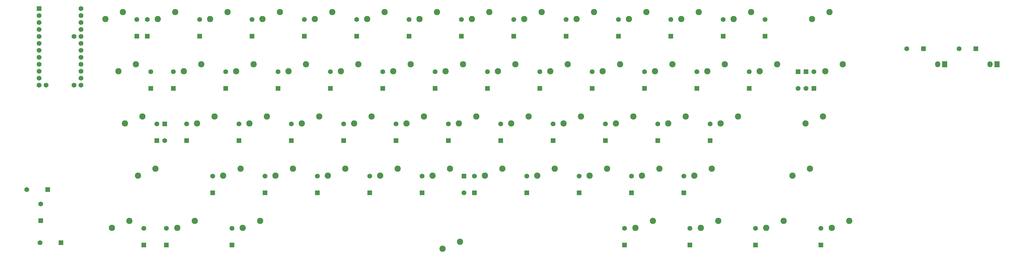
<source format=gbl>
G04 (created by PCBNEW-RS274X (2012-04-29 BZR 3537)-testing) date Sat 07 Jul 2012 01:31:47 PM CEST*
G01*
G70*
G90*
%MOIN*%
G04 Gerber Fmt 3.4, Leading zero omitted, Abs format*
%FSLAX34Y34*%
G04 APERTURE LIST*
%ADD10C,0.006000*%
%ADD11R,0.070000X0.070000*%
%ADD12C,0.070000*%
%ADD13C,0.090000*%
%ADD14O,0.075000X0.085000*%
%ADD15R,0.075000X0.085000*%
G04 APERTURE END LIST*
G54D10*
G54D11*
X09000Y-17500D03*
G54D12*
X09000Y-18500D03*
X09000Y-19500D03*
X09000Y-20500D03*
X09000Y-21500D03*
X09000Y-22500D03*
X09000Y-23500D03*
X09000Y-24500D03*
X09000Y-25500D03*
X09000Y-26500D03*
X09000Y-27500D03*
X09000Y-28500D03*
X10000Y-28500D03*
X14000Y-28500D03*
X15000Y-28500D03*
X15000Y-27500D03*
X15000Y-26500D03*
X15000Y-25500D03*
X15000Y-24500D03*
X15000Y-23500D03*
X15000Y-22500D03*
X15000Y-19500D03*
X15000Y-18500D03*
X15000Y-17500D03*
X14000Y-21500D03*
X15000Y-21500D03*
X15000Y-20500D03*
X24000Y-49050D03*
G54D11*
X24000Y-51450D03*
G54D12*
X27250Y-49050D03*
G54D11*
X27250Y-51450D03*
G54D12*
X36625Y-49050D03*
G54D11*
X36625Y-51450D03*
G54D12*
X69875Y-43950D03*
G54D11*
X69875Y-41550D03*
G54D12*
X92875Y-49050D03*
G54D11*
X92875Y-51450D03*
G54D12*
X102250Y-49050D03*
G54D11*
X102250Y-51450D03*
G54D12*
X111625Y-49050D03*
G54D11*
X111625Y-51450D03*
G54D12*
X121000Y-49050D03*
G54D11*
X121000Y-51450D03*
G54D12*
X27000Y-36450D03*
G54D11*
X27000Y-34050D03*
G54D12*
X33875Y-41550D03*
G54D11*
X33875Y-43950D03*
G54D12*
X41375Y-41550D03*
G54D11*
X41375Y-43950D03*
G54D12*
X48875Y-41550D03*
G54D11*
X48875Y-43950D03*
G54D12*
X56375Y-41550D03*
G54D11*
X56375Y-43950D03*
G54D12*
X63875Y-41550D03*
G54D11*
X63875Y-43950D03*
G54D12*
X71375Y-41550D03*
G54D11*
X71375Y-43950D03*
G54D12*
X78875Y-41550D03*
G54D11*
X78875Y-43950D03*
G54D12*
X86375Y-41550D03*
G54D11*
X86375Y-43950D03*
G54D12*
X93875Y-41550D03*
G54D11*
X93875Y-43950D03*
G54D12*
X101375Y-41550D03*
G54D11*
X101375Y-43950D03*
G54D12*
X117750Y-28950D03*
G54D11*
X117750Y-26550D03*
G54D12*
X25875Y-34050D03*
G54D11*
X25875Y-36450D03*
G54D12*
X30125Y-34050D03*
G54D11*
X30125Y-36450D03*
G54D12*
X37625Y-34050D03*
G54D11*
X37625Y-36450D03*
G54D12*
X45125Y-34050D03*
G54D11*
X45125Y-36450D03*
G54D12*
X52625Y-34050D03*
G54D11*
X52625Y-36450D03*
G54D12*
X60125Y-34050D03*
G54D11*
X60125Y-36450D03*
G54D12*
X67625Y-34050D03*
G54D11*
X67625Y-36450D03*
G54D12*
X75125Y-34050D03*
G54D11*
X75125Y-36450D03*
G54D12*
X82625Y-34050D03*
G54D11*
X82625Y-36450D03*
G54D12*
X90125Y-34050D03*
G54D11*
X90125Y-36450D03*
G54D12*
X97625Y-34050D03*
G54D11*
X97625Y-36450D03*
G54D12*
X105125Y-34050D03*
G54D11*
X105125Y-36450D03*
G54D12*
X118875Y-28950D03*
G54D11*
X118875Y-26550D03*
G54D12*
X25000Y-26550D03*
G54D11*
X25000Y-28950D03*
G54D12*
X28250Y-26550D03*
G54D11*
X28250Y-28950D03*
G54D12*
X35750Y-26550D03*
G54D11*
X35750Y-28950D03*
G54D12*
X43250Y-26550D03*
G54D11*
X43250Y-28950D03*
G54D12*
X50750Y-26550D03*
G54D11*
X50750Y-28950D03*
G54D12*
X58250Y-26550D03*
G54D11*
X58250Y-28950D03*
G54D12*
X65750Y-26550D03*
G54D11*
X65750Y-28950D03*
G54D12*
X73250Y-26550D03*
G54D11*
X73250Y-28950D03*
G54D12*
X80750Y-26550D03*
G54D11*
X80750Y-28950D03*
G54D12*
X88250Y-26550D03*
G54D11*
X88250Y-28950D03*
G54D12*
X95750Y-26550D03*
G54D11*
X95750Y-28950D03*
G54D12*
X103250Y-26550D03*
G54D11*
X103250Y-28950D03*
G54D12*
X110750Y-26550D03*
G54D11*
X110750Y-28950D03*
G54D12*
X120000Y-26550D03*
G54D11*
X120000Y-28950D03*
G54D12*
X23000Y-19050D03*
G54D11*
X23000Y-21450D03*
G54D12*
X24500Y-19050D03*
G54D11*
X24500Y-21450D03*
G54D12*
X32000Y-19050D03*
G54D11*
X32000Y-21450D03*
G54D12*
X39500Y-19050D03*
G54D11*
X39500Y-21450D03*
G54D12*
X47000Y-19050D03*
G54D11*
X47000Y-21450D03*
G54D12*
X54500Y-19050D03*
G54D11*
X54500Y-21450D03*
G54D12*
X62000Y-19050D03*
G54D11*
X62000Y-21450D03*
G54D12*
X69500Y-19050D03*
G54D11*
X69500Y-21450D03*
G54D12*
X77000Y-19050D03*
G54D11*
X77000Y-21450D03*
G54D12*
X84500Y-19050D03*
G54D11*
X84500Y-21450D03*
G54D12*
X92000Y-19050D03*
G54D11*
X92000Y-21450D03*
G54D12*
X99500Y-19050D03*
G54D11*
X99500Y-21450D03*
G54D12*
X107000Y-19050D03*
G54D11*
X107000Y-21450D03*
G54D12*
X113000Y-19050D03*
G54D11*
X113000Y-21450D03*
G54D12*
X07250Y-43500D03*
G54D11*
X10250Y-43500D03*
G54D12*
X09125Y-51125D03*
G54D11*
X12125Y-51125D03*
G54D12*
X133300Y-23250D03*
G54D11*
X135700Y-23250D03*
G54D12*
X09250Y-45550D03*
G54D11*
X09250Y-47950D03*
G54D12*
X140800Y-23250D03*
G54D11*
X143200Y-23250D03*
G54D13*
X122250Y-18000D03*
X119750Y-19000D03*
X111000Y-18000D03*
X108500Y-19000D03*
X103500Y-18000D03*
X101000Y-19000D03*
X96000Y-18000D03*
X93500Y-19000D03*
X88500Y-18000D03*
X86000Y-19000D03*
X81000Y-18000D03*
X78500Y-19000D03*
X73500Y-18000D03*
X71000Y-19000D03*
X66000Y-18000D03*
X63500Y-19000D03*
X58500Y-18000D03*
X56000Y-19000D03*
X51000Y-18000D03*
X48500Y-19000D03*
X43500Y-18000D03*
X41000Y-19000D03*
X36000Y-18000D03*
X33500Y-19000D03*
X28500Y-18000D03*
X26000Y-19000D03*
X21000Y-18000D03*
X18500Y-19000D03*
X124125Y-25500D03*
X121625Y-26500D03*
X114750Y-25500D03*
X112250Y-26500D03*
X107250Y-25500D03*
X104750Y-26500D03*
X99750Y-25500D03*
X97250Y-26500D03*
X92250Y-25500D03*
X89750Y-26500D03*
X84750Y-25500D03*
X82250Y-26500D03*
X77250Y-25500D03*
X74750Y-26500D03*
X69750Y-25500D03*
X67250Y-26500D03*
X62250Y-25500D03*
X59750Y-26500D03*
X54750Y-25500D03*
X52250Y-26500D03*
X47250Y-25500D03*
X44750Y-26500D03*
X39750Y-25500D03*
X37250Y-26500D03*
X32250Y-25500D03*
X29750Y-26500D03*
X22875Y-25500D03*
X20375Y-26500D03*
X121313Y-33000D03*
X118813Y-34000D03*
X109125Y-33000D03*
X106625Y-34000D03*
X101625Y-33000D03*
X99125Y-34000D03*
X94125Y-33000D03*
X91625Y-34000D03*
X86625Y-33000D03*
X84125Y-34000D03*
X79125Y-33000D03*
X76625Y-34000D03*
X71625Y-33000D03*
X69125Y-34000D03*
X64125Y-33000D03*
X61625Y-34000D03*
X56625Y-33000D03*
X54125Y-34000D03*
X49125Y-33000D03*
X46625Y-34000D03*
X41625Y-33000D03*
X39125Y-34000D03*
X34125Y-33000D03*
X31625Y-34000D03*
X23813Y-33000D03*
X21313Y-34000D03*
X119438Y-40500D03*
X116938Y-41500D03*
X105375Y-40500D03*
X102875Y-41500D03*
X97875Y-40500D03*
X95375Y-41500D03*
X90375Y-40500D03*
X87875Y-41500D03*
X82875Y-40500D03*
X80375Y-41500D03*
X75375Y-40500D03*
X72875Y-41500D03*
X67875Y-40500D03*
X65375Y-41500D03*
X60375Y-40500D03*
X57875Y-41500D03*
X52875Y-40500D03*
X50375Y-41500D03*
X45375Y-40500D03*
X42875Y-41500D03*
X37875Y-40500D03*
X35375Y-41500D03*
X25688Y-40500D03*
X23188Y-41500D03*
X125063Y-48000D03*
X122563Y-49000D03*
X115688Y-48000D03*
X113188Y-49000D03*
X106313Y-48000D03*
X103813Y-49000D03*
X96938Y-48000D03*
X94438Y-49000D03*
X66813Y-52000D03*
X69313Y-51000D03*
X40688Y-48000D03*
X38188Y-49000D03*
X31313Y-48000D03*
X28813Y-49000D03*
X21938Y-48000D03*
X19438Y-49000D03*
G54D14*
X137750Y-25500D03*
G54D15*
X138750Y-25500D03*
G54D14*
X145250Y-25500D03*
G54D15*
X146250Y-25500D03*
M02*

</source>
